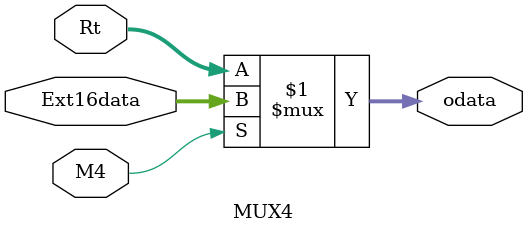
<source format=v>
`timescale 1ns / 1ps


module MUX4(
input M4,
input [31:0]Rt,Ext16data,
output [31:0]odata
    );
    assign odata=M4?Ext16data:Rt;
endmodule

</source>
